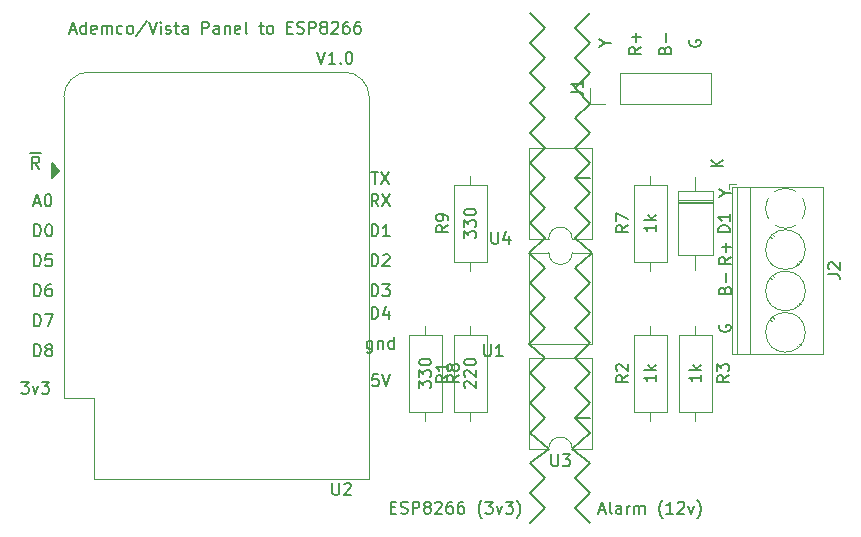
<source format=gbr>
G04 #@! TF.GenerationSoftware,KiCad,Pcbnew,(5.1.2-1)-1*
G04 #@! TF.CreationDate,2021-07-14T23:00:58-07:00*
G04 #@! TF.ProjectId,vista20p-alt,76697374-6132-4307-902d-616c742e6b69,rev?*
G04 #@! TF.SameCoordinates,Original*
G04 #@! TF.FileFunction,Legend,Top*
G04 #@! TF.FilePolarity,Positive*
%FSLAX46Y46*%
G04 Gerber Fmt 4.6, Leading zero omitted, Abs format (unit mm)*
G04 Created by KiCad (PCBNEW (5.1.2-1)-1) date 2021-07-14 23:00:58*
%MOMM*%
%LPD*%
G04 APERTURE LIST*
%ADD10C,0.150000*%
%ADD11C,0.120000*%
G04 APERTURE END LIST*
D10*
X51966904Y-123007380D02*
X51966904Y-122007380D01*
X52205000Y-122007380D01*
X52347857Y-122055000D01*
X52443095Y-122150238D01*
X52490714Y-122245476D01*
X52538333Y-122435952D01*
X52538333Y-122578809D01*
X52490714Y-122769285D01*
X52443095Y-122864523D01*
X52347857Y-122959761D01*
X52205000Y-123007380D01*
X51966904Y-123007380D01*
X53443095Y-122007380D02*
X52966904Y-122007380D01*
X52919285Y-122483571D01*
X52966904Y-122435952D01*
X53062142Y-122388333D01*
X53300238Y-122388333D01*
X53395476Y-122435952D01*
X53443095Y-122483571D01*
X53490714Y-122578809D01*
X53490714Y-122816904D01*
X53443095Y-122912142D01*
X53395476Y-122959761D01*
X53300238Y-123007380D01*
X53062142Y-123007380D01*
X52966904Y-122959761D01*
X52919285Y-122912142D01*
X80518095Y-115022380D02*
X81089523Y-115022380D01*
X80803809Y-116022380D02*
X80803809Y-115022380D01*
X81327619Y-115022380D02*
X81994285Y-116022380D01*
X81994285Y-115022380D02*
X81327619Y-116022380D01*
X81113333Y-117927380D02*
X80780000Y-117451190D01*
X80541904Y-117927380D02*
X80541904Y-116927380D01*
X80922857Y-116927380D01*
X81018095Y-116975000D01*
X81065714Y-117022619D01*
X81113333Y-117117857D01*
X81113333Y-117260714D01*
X81065714Y-117355952D01*
X81018095Y-117403571D01*
X80922857Y-117451190D01*
X80541904Y-117451190D01*
X81446666Y-116927380D02*
X82113333Y-117927380D01*
X82113333Y-116927380D02*
X81446666Y-117927380D01*
X80541904Y-120467380D02*
X80541904Y-119467380D01*
X80780000Y-119467380D01*
X80922857Y-119515000D01*
X81018095Y-119610238D01*
X81065714Y-119705476D01*
X81113333Y-119895952D01*
X81113333Y-120038809D01*
X81065714Y-120229285D01*
X81018095Y-120324523D01*
X80922857Y-120419761D01*
X80780000Y-120467380D01*
X80541904Y-120467380D01*
X82065714Y-120467380D02*
X81494285Y-120467380D01*
X81780000Y-120467380D02*
X81780000Y-119467380D01*
X81684761Y-119610238D01*
X81589523Y-119705476D01*
X81494285Y-119753095D01*
X80541904Y-123007380D02*
X80541904Y-122007380D01*
X80780000Y-122007380D01*
X80922857Y-122055000D01*
X81018095Y-122150238D01*
X81065714Y-122245476D01*
X81113333Y-122435952D01*
X81113333Y-122578809D01*
X81065714Y-122769285D01*
X81018095Y-122864523D01*
X80922857Y-122959761D01*
X80780000Y-123007380D01*
X80541904Y-123007380D01*
X81494285Y-122102619D02*
X81541904Y-122055000D01*
X81637142Y-122007380D01*
X81875238Y-122007380D01*
X81970476Y-122055000D01*
X82018095Y-122102619D01*
X82065714Y-122197857D01*
X82065714Y-122293095D01*
X82018095Y-122435952D01*
X81446666Y-123007380D01*
X82065714Y-123007380D01*
X80541904Y-125547380D02*
X80541904Y-124547380D01*
X80780000Y-124547380D01*
X80922857Y-124595000D01*
X81018095Y-124690238D01*
X81065714Y-124785476D01*
X81113333Y-124975952D01*
X81113333Y-125118809D01*
X81065714Y-125309285D01*
X81018095Y-125404523D01*
X80922857Y-125499761D01*
X80780000Y-125547380D01*
X80541904Y-125547380D01*
X81446666Y-124547380D02*
X82065714Y-124547380D01*
X81732380Y-124928333D01*
X81875238Y-124928333D01*
X81970476Y-124975952D01*
X82018095Y-125023571D01*
X82065714Y-125118809D01*
X82065714Y-125356904D01*
X82018095Y-125452142D01*
X81970476Y-125499761D01*
X81875238Y-125547380D01*
X81589523Y-125547380D01*
X81494285Y-125499761D01*
X81446666Y-125452142D01*
X80541904Y-127452380D02*
X80541904Y-126452380D01*
X80780000Y-126452380D01*
X80922857Y-126500000D01*
X81018095Y-126595238D01*
X81065714Y-126690476D01*
X81113333Y-126880952D01*
X81113333Y-127023809D01*
X81065714Y-127214285D01*
X81018095Y-127309523D01*
X80922857Y-127404761D01*
X80780000Y-127452380D01*
X80541904Y-127452380D01*
X81970476Y-126785714D02*
X81970476Y-127452380D01*
X81732380Y-126404761D02*
X81494285Y-127119047D01*
X82113333Y-127119047D01*
X81089523Y-132167380D02*
X80613333Y-132167380D01*
X80565714Y-132643571D01*
X80613333Y-132595952D01*
X80708571Y-132548333D01*
X80946666Y-132548333D01*
X81041904Y-132595952D01*
X81089523Y-132643571D01*
X81137142Y-132738809D01*
X81137142Y-132976904D01*
X81089523Y-133072142D01*
X81041904Y-133119761D01*
X80946666Y-133167380D01*
X80708571Y-133167380D01*
X80613333Y-133119761D01*
X80565714Y-133072142D01*
X81422857Y-132167380D02*
X81756190Y-133167380D01*
X82089523Y-132167380D01*
X51966904Y-130627380D02*
X51966904Y-129627380D01*
X52205000Y-129627380D01*
X52347857Y-129675000D01*
X52443095Y-129770238D01*
X52490714Y-129865476D01*
X52538333Y-130055952D01*
X52538333Y-130198809D01*
X52490714Y-130389285D01*
X52443095Y-130484523D01*
X52347857Y-130579761D01*
X52205000Y-130627380D01*
X51966904Y-130627380D01*
X53109761Y-130055952D02*
X53014523Y-130008333D01*
X52966904Y-129960714D01*
X52919285Y-129865476D01*
X52919285Y-129817857D01*
X52966904Y-129722619D01*
X53014523Y-129675000D01*
X53109761Y-129627380D01*
X53300238Y-129627380D01*
X53395476Y-129675000D01*
X53443095Y-129722619D01*
X53490714Y-129817857D01*
X53490714Y-129865476D01*
X53443095Y-129960714D01*
X53395476Y-130008333D01*
X53300238Y-130055952D01*
X53109761Y-130055952D01*
X53014523Y-130103571D01*
X52966904Y-130151190D01*
X52919285Y-130246428D01*
X52919285Y-130436904D01*
X52966904Y-130532142D01*
X53014523Y-130579761D01*
X53109761Y-130627380D01*
X53300238Y-130627380D01*
X53395476Y-130579761D01*
X53443095Y-130532142D01*
X53490714Y-130436904D01*
X53490714Y-130246428D01*
X53443095Y-130151190D01*
X53395476Y-130103571D01*
X53300238Y-130055952D01*
X51966904Y-128087380D02*
X51966904Y-127087380D01*
X52205000Y-127087380D01*
X52347857Y-127135000D01*
X52443095Y-127230238D01*
X52490714Y-127325476D01*
X52538333Y-127515952D01*
X52538333Y-127658809D01*
X52490714Y-127849285D01*
X52443095Y-127944523D01*
X52347857Y-128039761D01*
X52205000Y-128087380D01*
X51966904Y-128087380D01*
X52871666Y-127087380D02*
X53538333Y-127087380D01*
X53109761Y-128087380D01*
X51966904Y-125547380D02*
X51966904Y-124547380D01*
X52205000Y-124547380D01*
X52347857Y-124595000D01*
X52443095Y-124690238D01*
X52490714Y-124785476D01*
X52538333Y-124975952D01*
X52538333Y-125118809D01*
X52490714Y-125309285D01*
X52443095Y-125404523D01*
X52347857Y-125499761D01*
X52205000Y-125547380D01*
X51966904Y-125547380D01*
X53395476Y-124547380D02*
X53205000Y-124547380D01*
X53109761Y-124595000D01*
X53062142Y-124642619D01*
X52966904Y-124785476D01*
X52919285Y-124975952D01*
X52919285Y-125356904D01*
X52966904Y-125452142D01*
X53014523Y-125499761D01*
X53109761Y-125547380D01*
X53300238Y-125547380D01*
X53395476Y-125499761D01*
X53443095Y-125452142D01*
X53490714Y-125356904D01*
X53490714Y-125118809D01*
X53443095Y-125023571D01*
X53395476Y-124975952D01*
X53300238Y-124928333D01*
X53109761Y-124928333D01*
X53014523Y-124975952D01*
X52966904Y-125023571D01*
X52919285Y-125118809D01*
X51966904Y-120467380D02*
X51966904Y-119467380D01*
X52205000Y-119467380D01*
X52347857Y-119515000D01*
X52443095Y-119610238D01*
X52490714Y-119705476D01*
X52538333Y-119895952D01*
X52538333Y-120038809D01*
X52490714Y-120229285D01*
X52443095Y-120324523D01*
X52347857Y-120419761D01*
X52205000Y-120467380D01*
X51966904Y-120467380D01*
X53157380Y-119467380D02*
X53252619Y-119467380D01*
X53347857Y-119515000D01*
X53395476Y-119562619D01*
X53443095Y-119657857D01*
X53490714Y-119848333D01*
X53490714Y-120086428D01*
X53443095Y-120276904D01*
X53395476Y-120372142D01*
X53347857Y-120419761D01*
X53252619Y-120467380D01*
X53157380Y-120467380D01*
X53062142Y-120419761D01*
X53014523Y-120372142D01*
X52966904Y-120276904D01*
X52919285Y-120086428D01*
X52919285Y-119848333D01*
X52966904Y-119657857D01*
X53014523Y-119562619D01*
X53062142Y-119515000D01*
X53157380Y-119467380D01*
X51990714Y-117641666D02*
X52466904Y-117641666D01*
X51895476Y-117927380D02*
X52228809Y-116927380D01*
X52562142Y-117927380D01*
X53085952Y-116927380D02*
X53181190Y-116927380D01*
X53276428Y-116975000D01*
X53324047Y-117022619D01*
X53371666Y-117117857D01*
X53419285Y-117308333D01*
X53419285Y-117546428D01*
X53371666Y-117736904D01*
X53324047Y-117832142D01*
X53276428Y-117879761D01*
X53181190Y-117927380D01*
X53085952Y-117927380D01*
X52990714Y-117879761D01*
X52943095Y-117832142D01*
X52895476Y-117736904D01*
X52847857Y-117546428D01*
X52847857Y-117308333D01*
X52895476Y-117117857D01*
X52943095Y-117022619D01*
X52990714Y-116975000D01*
X53085952Y-116927380D01*
X51570000Y-113385000D02*
X52570000Y-113385000D01*
X52379523Y-114752380D02*
X52046190Y-114276190D01*
X51808095Y-114752380D02*
X51808095Y-113752380D01*
X52189047Y-113752380D01*
X52284285Y-113800000D01*
X52331904Y-113847619D01*
X52379523Y-113942857D01*
X52379523Y-114085714D01*
X52331904Y-114180952D01*
X52284285Y-114228571D01*
X52189047Y-114276190D01*
X51808095Y-114276190D01*
X75946190Y-104862380D02*
X76279523Y-105862380D01*
X76612857Y-104862380D01*
X77470000Y-105862380D02*
X76898571Y-105862380D01*
X77184285Y-105862380D02*
X77184285Y-104862380D01*
X77089047Y-105005238D01*
X76993809Y-105100476D01*
X76898571Y-105148095D01*
X77898571Y-105767142D02*
X77946190Y-105814761D01*
X77898571Y-105862380D01*
X77850952Y-105814761D01*
X77898571Y-105767142D01*
X77898571Y-105862380D01*
X78565238Y-104862380D02*
X78660476Y-104862380D01*
X78755714Y-104910000D01*
X78803333Y-104957619D01*
X78850952Y-105052857D01*
X78898571Y-105243333D01*
X78898571Y-105481428D01*
X78850952Y-105671904D01*
X78803333Y-105767142D01*
X78755714Y-105814761D01*
X78660476Y-105862380D01*
X78565238Y-105862380D01*
X78470000Y-105814761D01*
X78422380Y-105767142D01*
X78374761Y-105671904D01*
X78327142Y-105481428D01*
X78327142Y-105243333D01*
X78374761Y-105052857D01*
X78422380Y-104957619D01*
X78470000Y-104910000D01*
X78565238Y-104862380D01*
X110418571Y-125007619D02*
X110466190Y-124864761D01*
X110513809Y-124817142D01*
X110609047Y-124769523D01*
X110751904Y-124769523D01*
X110847142Y-124817142D01*
X110894761Y-124864761D01*
X110942380Y-124960000D01*
X110942380Y-125340952D01*
X109942380Y-125340952D01*
X109942380Y-125007619D01*
X109990000Y-124912380D01*
X110037619Y-124864761D01*
X110132857Y-124817142D01*
X110228095Y-124817142D01*
X110323333Y-124864761D01*
X110370952Y-124912380D01*
X110418571Y-125007619D01*
X110418571Y-125340952D01*
X110561428Y-124340952D02*
X110561428Y-123579047D01*
X110942380Y-122229523D02*
X110466190Y-122562857D01*
X110942380Y-122800952D02*
X109942380Y-122800952D01*
X109942380Y-122420000D01*
X109990000Y-122324761D01*
X110037619Y-122277142D01*
X110132857Y-122229523D01*
X110275714Y-122229523D01*
X110370952Y-122277142D01*
X110418571Y-122324761D01*
X110466190Y-122420000D01*
X110466190Y-122800952D01*
X110561428Y-121800952D02*
X110561428Y-121039047D01*
X110942380Y-121420000D02*
X110180476Y-121420000D01*
X109990000Y-128008095D02*
X109942380Y-128103333D01*
X109942380Y-128246190D01*
X109990000Y-128389047D01*
X110085238Y-128484285D01*
X110180476Y-128531904D01*
X110370952Y-128579523D01*
X110513809Y-128579523D01*
X110704285Y-128531904D01*
X110799523Y-128484285D01*
X110894761Y-128389047D01*
X110942380Y-128246190D01*
X110942380Y-128150952D01*
X110894761Y-128008095D01*
X110847142Y-127960476D01*
X110513809Y-127960476D01*
X110513809Y-128150952D01*
X110466190Y-116840000D02*
X110942380Y-116840000D01*
X109942380Y-117173333D02*
X110466190Y-116840000D01*
X109942380Y-116506666D01*
X55000476Y-103036666D02*
X55476666Y-103036666D01*
X54905238Y-103322380D02*
X55238571Y-102322380D01*
X55571904Y-103322380D01*
X56333809Y-103322380D02*
X56333809Y-102322380D01*
X56333809Y-103274761D02*
X56238571Y-103322380D01*
X56048095Y-103322380D01*
X55952857Y-103274761D01*
X55905238Y-103227142D01*
X55857619Y-103131904D01*
X55857619Y-102846190D01*
X55905238Y-102750952D01*
X55952857Y-102703333D01*
X56048095Y-102655714D01*
X56238571Y-102655714D01*
X56333809Y-102703333D01*
X57190952Y-103274761D02*
X57095714Y-103322380D01*
X56905238Y-103322380D01*
X56810000Y-103274761D01*
X56762380Y-103179523D01*
X56762380Y-102798571D01*
X56810000Y-102703333D01*
X56905238Y-102655714D01*
X57095714Y-102655714D01*
X57190952Y-102703333D01*
X57238571Y-102798571D01*
X57238571Y-102893809D01*
X56762380Y-102989047D01*
X57667142Y-103322380D02*
X57667142Y-102655714D01*
X57667142Y-102750952D02*
X57714761Y-102703333D01*
X57810000Y-102655714D01*
X57952857Y-102655714D01*
X58048095Y-102703333D01*
X58095714Y-102798571D01*
X58095714Y-103322380D01*
X58095714Y-102798571D02*
X58143333Y-102703333D01*
X58238571Y-102655714D01*
X58381428Y-102655714D01*
X58476666Y-102703333D01*
X58524285Y-102798571D01*
X58524285Y-103322380D01*
X59429047Y-103274761D02*
X59333809Y-103322380D01*
X59143333Y-103322380D01*
X59048095Y-103274761D01*
X59000476Y-103227142D01*
X58952857Y-103131904D01*
X58952857Y-102846190D01*
X59000476Y-102750952D01*
X59048095Y-102703333D01*
X59143333Y-102655714D01*
X59333809Y-102655714D01*
X59429047Y-102703333D01*
X60000476Y-103322380D02*
X59905238Y-103274761D01*
X59857619Y-103227142D01*
X59810000Y-103131904D01*
X59810000Y-102846190D01*
X59857619Y-102750952D01*
X59905238Y-102703333D01*
X60000476Y-102655714D01*
X60143333Y-102655714D01*
X60238571Y-102703333D01*
X60286190Y-102750952D01*
X60333809Y-102846190D01*
X60333809Y-103131904D01*
X60286190Y-103227142D01*
X60238571Y-103274761D01*
X60143333Y-103322380D01*
X60000476Y-103322380D01*
X61476666Y-102274761D02*
X60619523Y-103560476D01*
X61667142Y-102322380D02*
X62000476Y-103322380D01*
X62333809Y-102322380D01*
X62667142Y-103322380D02*
X62667142Y-102655714D01*
X62667142Y-102322380D02*
X62619523Y-102370000D01*
X62667142Y-102417619D01*
X62714761Y-102370000D01*
X62667142Y-102322380D01*
X62667142Y-102417619D01*
X63095714Y-103274761D02*
X63190952Y-103322380D01*
X63381428Y-103322380D01*
X63476666Y-103274761D01*
X63524285Y-103179523D01*
X63524285Y-103131904D01*
X63476666Y-103036666D01*
X63381428Y-102989047D01*
X63238571Y-102989047D01*
X63143333Y-102941428D01*
X63095714Y-102846190D01*
X63095714Y-102798571D01*
X63143333Y-102703333D01*
X63238571Y-102655714D01*
X63381428Y-102655714D01*
X63476666Y-102703333D01*
X63810000Y-102655714D02*
X64190952Y-102655714D01*
X63952857Y-102322380D02*
X63952857Y-103179523D01*
X64000476Y-103274761D01*
X64095714Y-103322380D01*
X64190952Y-103322380D01*
X64952857Y-103322380D02*
X64952857Y-102798571D01*
X64905238Y-102703333D01*
X64810000Y-102655714D01*
X64619523Y-102655714D01*
X64524285Y-102703333D01*
X64952857Y-103274761D02*
X64857619Y-103322380D01*
X64619523Y-103322380D01*
X64524285Y-103274761D01*
X64476666Y-103179523D01*
X64476666Y-103084285D01*
X64524285Y-102989047D01*
X64619523Y-102941428D01*
X64857619Y-102941428D01*
X64952857Y-102893809D01*
X66190952Y-103322380D02*
X66190952Y-102322380D01*
X66571904Y-102322380D01*
X66667142Y-102370000D01*
X66714761Y-102417619D01*
X66762380Y-102512857D01*
X66762380Y-102655714D01*
X66714761Y-102750952D01*
X66667142Y-102798571D01*
X66571904Y-102846190D01*
X66190952Y-102846190D01*
X67619523Y-103322380D02*
X67619523Y-102798571D01*
X67571904Y-102703333D01*
X67476666Y-102655714D01*
X67286190Y-102655714D01*
X67190952Y-102703333D01*
X67619523Y-103274761D02*
X67524285Y-103322380D01*
X67286190Y-103322380D01*
X67190952Y-103274761D01*
X67143333Y-103179523D01*
X67143333Y-103084285D01*
X67190952Y-102989047D01*
X67286190Y-102941428D01*
X67524285Y-102941428D01*
X67619523Y-102893809D01*
X68095714Y-102655714D02*
X68095714Y-103322380D01*
X68095714Y-102750952D02*
X68143333Y-102703333D01*
X68238571Y-102655714D01*
X68381428Y-102655714D01*
X68476666Y-102703333D01*
X68524285Y-102798571D01*
X68524285Y-103322380D01*
X69381428Y-103274761D02*
X69286190Y-103322380D01*
X69095714Y-103322380D01*
X69000476Y-103274761D01*
X68952857Y-103179523D01*
X68952857Y-102798571D01*
X69000476Y-102703333D01*
X69095714Y-102655714D01*
X69286190Y-102655714D01*
X69381428Y-102703333D01*
X69429047Y-102798571D01*
X69429047Y-102893809D01*
X68952857Y-102989047D01*
X70000476Y-103322380D02*
X69905238Y-103274761D01*
X69857619Y-103179523D01*
X69857619Y-102322380D01*
X71000476Y-102655714D02*
X71381428Y-102655714D01*
X71143333Y-102322380D02*
X71143333Y-103179523D01*
X71190952Y-103274761D01*
X71286190Y-103322380D01*
X71381428Y-103322380D01*
X71857619Y-103322380D02*
X71762380Y-103274761D01*
X71714761Y-103227142D01*
X71667142Y-103131904D01*
X71667142Y-102846190D01*
X71714761Y-102750952D01*
X71762380Y-102703333D01*
X71857619Y-102655714D01*
X72000476Y-102655714D01*
X72095714Y-102703333D01*
X72143333Y-102750952D01*
X72190952Y-102846190D01*
X72190952Y-103131904D01*
X72143333Y-103227142D01*
X72095714Y-103274761D01*
X72000476Y-103322380D01*
X71857619Y-103322380D01*
X73381428Y-102798571D02*
X73714761Y-102798571D01*
X73857619Y-103322380D02*
X73381428Y-103322380D01*
X73381428Y-102322380D01*
X73857619Y-102322380D01*
X74238571Y-103274761D02*
X74381428Y-103322380D01*
X74619523Y-103322380D01*
X74714761Y-103274761D01*
X74762380Y-103227142D01*
X74810000Y-103131904D01*
X74810000Y-103036666D01*
X74762380Y-102941428D01*
X74714761Y-102893809D01*
X74619523Y-102846190D01*
X74429047Y-102798571D01*
X74333809Y-102750952D01*
X74286190Y-102703333D01*
X74238571Y-102608095D01*
X74238571Y-102512857D01*
X74286190Y-102417619D01*
X74333809Y-102370000D01*
X74429047Y-102322380D01*
X74667142Y-102322380D01*
X74810000Y-102370000D01*
X75238571Y-103322380D02*
X75238571Y-102322380D01*
X75619523Y-102322380D01*
X75714761Y-102370000D01*
X75762380Y-102417619D01*
X75810000Y-102512857D01*
X75810000Y-102655714D01*
X75762380Y-102750952D01*
X75714761Y-102798571D01*
X75619523Y-102846190D01*
X75238571Y-102846190D01*
X76381428Y-102750952D02*
X76286190Y-102703333D01*
X76238571Y-102655714D01*
X76190952Y-102560476D01*
X76190952Y-102512857D01*
X76238571Y-102417619D01*
X76286190Y-102370000D01*
X76381428Y-102322380D01*
X76571904Y-102322380D01*
X76667142Y-102370000D01*
X76714761Y-102417619D01*
X76762380Y-102512857D01*
X76762380Y-102560476D01*
X76714761Y-102655714D01*
X76667142Y-102703333D01*
X76571904Y-102750952D01*
X76381428Y-102750952D01*
X76286190Y-102798571D01*
X76238571Y-102846190D01*
X76190952Y-102941428D01*
X76190952Y-103131904D01*
X76238571Y-103227142D01*
X76286190Y-103274761D01*
X76381428Y-103322380D01*
X76571904Y-103322380D01*
X76667142Y-103274761D01*
X76714761Y-103227142D01*
X76762380Y-103131904D01*
X76762380Y-102941428D01*
X76714761Y-102846190D01*
X76667142Y-102798571D01*
X76571904Y-102750952D01*
X77143333Y-102417619D02*
X77190952Y-102370000D01*
X77286190Y-102322380D01*
X77524285Y-102322380D01*
X77619523Y-102370000D01*
X77667142Y-102417619D01*
X77714761Y-102512857D01*
X77714761Y-102608095D01*
X77667142Y-102750952D01*
X77095714Y-103322380D01*
X77714761Y-103322380D01*
X78571904Y-102322380D02*
X78381428Y-102322380D01*
X78286190Y-102370000D01*
X78238571Y-102417619D01*
X78143333Y-102560476D01*
X78095714Y-102750952D01*
X78095714Y-103131904D01*
X78143333Y-103227142D01*
X78190952Y-103274761D01*
X78286190Y-103322380D01*
X78476666Y-103322380D01*
X78571904Y-103274761D01*
X78619523Y-103227142D01*
X78667142Y-103131904D01*
X78667142Y-102893809D01*
X78619523Y-102798571D01*
X78571904Y-102750952D01*
X78476666Y-102703333D01*
X78286190Y-102703333D01*
X78190952Y-102750952D01*
X78143333Y-102798571D01*
X78095714Y-102893809D01*
X79524285Y-102322380D02*
X79333809Y-102322380D01*
X79238571Y-102370000D01*
X79190952Y-102417619D01*
X79095714Y-102560476D01*
X79048095Y-102750952D01*
X79048095Y-103131904D01*
X79095714Y-103227142D01*
X79143333Y-103274761D01*
X79238571Y-103322380D01*
X79429047Y-103322380D01*
X79524285Y-103274761D01*
X79571904Y-103227142D01*
X79619523Y-103131904D01*
X79619523Y-102893809D01*
X79571904Y-102798571D01*
X79524285Y-102750952D01*
X79429047Y-102703333D01*
X79238571Y-102703333D01*
X79143333Y-102750952D01*
X79095714Y-102798571D01*
X79048095Y-102893809D01*
X97790000Y-102870000D02*
X99060000Y-101600000D01*
X99060000Y-104140000D02*
X97790000Y-102870000D01*
X97790000Y-105410000D02*
X99060000Y-104140000D01*
X99060000Y-106680000D02*
X97790000Y-105410000D01*
X97790000Y-107950000D02*
X99060000Y-106680000D01*
X99000000Y-109280000D02*
X97790000Y-107950000D01*
X97790000Y-110490000D02*
X99000000Y-109280000D01*
X99060000Y-111760000D02*
X97790000Y-110490000D01*
X97790000Y-113030000D02*
X99060000Y-111760000D01*
X99060000Y-114300000D02*
X97790000Y-113030000D01*
X97790000Y-115570000D02*
X99060000Y-114300000D01*
X99060000Y-115570000D02*
X97790000Y-115570000D01*
X97790000Y-115570000D02*
X99060000Y-115570000D01*
X99060000Y-116840000D02*
X97790000Y-115570000D01*
X97790000Y-118110000D02*
X99060000Y-116840000D01*
X99060000Y-119380000D02*
X97790000Y-118110000D01*
X97790000Y-120650000D02*
X99060000Y-119380000D01*
X99170000Y-121860000D02*
X97790000Y-120650000D01*
X97790000Y-123190000D02*
X99170000Y-121860000D01*
X99060000Y-124460000D02*
X97790000Y-123190000D01*
X97790000Y-125730000D02*
X99060000Y-124460000D01*
X99060000Y-127000000D02*
X97790000Y-125730000D01*
X97790000Y-128270000D02*
X99060000Y-127000000D01*
X99060000Y-129540000D02*
X97790000Y-128270000D01*
X97790000Y-130810000D02*
X99060000Y-129540000D01*
X99060000Y-132080000D02*
X97790000Y-130810000D01*
X97790000Y-133350000D02*
X99060000Y-132080000D01*
X99060000Y-134620000D02*
X97790000Y-133350000D01*
X97790000Y-135890000D02*
X99060000Y-134620000D01*
X99060000Y-135890000D02*
X97790000Y-135890000D01*
X97790000Y-135890000D02*
X99060000Y-135890000D01*
X99060000Y-137160000D02*
X97790000Y-135890000D01*
X97520000Y-138490000D02*
X99060000Y-137160000D01*
X99060000Y-139700000D02*
X97520000Y-138490000D01*
X97790000Y-140970000D02*
X99060000Y-139700000D01*
X99060000Y-142240000D02*
X97790000Y-140970000D01*
X97790000Y-143510000D02*
X99060000Y-142240000D01*
X99060000Y-144780000D02*
X97790000Y-143510000D01*
X95250000Y-143510000D02*
X93980000Y-144780000D01*
X93980000Y-142240000D02*
X95250000Y-143510000D01*
X95250000Y-140970000D02*
X93980000Y-142240000D01*
X93980000Y-139700000D02*
X95250000Y-140970000D01*
X95520000Y-138490000D02*
X93980000Y-139700000D01*
X93980000Y-137160000D02*
X95520000Y-138490000D01*
X95250000Y-135890000D02*
X93980000Y-137160000D01*
X93980000Y-134620000D02*
X95250000Y-135890000D01*
X95250000Y-133350000D02*
X93980000Y-134620000D01*
X93980000Y-132080000D02*
X95250000Y-133350000D01*
X95250000Y-130810000D02*
X93980000Y-132080000D01*
X93870000Y-129600000D02*
X95250000Y-130810000D01*
X95250000Y-128270000D02*
X93870000Y-129600000D01*
X93980000Y-127000000D02*
X95250000Y-128270000D01*
X95250000Y-125730000D02*
X93980000Y-127000000D01*
X93980000Y-124460000D02*
X95250000Y-125730000D01*
X95250000Y-123190000D02*
X93980000Y-124460000D01*
X93870000Y-121860000D02*
X95250000Y-123190000D01*
X95250000Y-120650000D02*
X93870000Y-121860000D01*
X93980000Y-119380000D02*
X95250000Y-120650000D01*
X95250000Y-118110000D02*
X93980000Y-119380000D01*
X93980000Y-116840000D02*
X95250000Y-118110000D01*
X95250000Y-115570000D02*
X93980000Y-116840000D01*
X93980000Y-114300000D02*
X95250000Y-115570000D01*
X95250000Y-113030000D02*
X93980000Y-114300000D01*
X93980000Y-111760000D02*
X95250000Y-113030000D01*
X95250000Y-110490000D02*
X93980000Y-111760000D01*
X93980000Y-109220000D02*
X95250000Y-110490000D01*
X95250000Y-107950000D02*
X93980000Y-109220000D01*
X93980000Y-106680000D02*
X95250000Y-107950000D01*
X95250000Y-105410000D02*
X93980000Y-106680000D01*
X93980000Y-104140000D02*
X95250000Y-105410000D01*
X95250000Y-102870000D02*
X93980000Y-104140000D01*
X93980000Y-101600000D02*
X95250000Y-102870000D01*
X82153809Y-143438571D02*
X82487142Y-143438571D01*
X82630000Y-143962380D02*
X82153809Y-143962380D01*
X82153809Y-142962380D01*
X82630000Y-142962380D01*
X83010952Y-143914761D02*
X83153809Y-143962380D01*
X83391904Y-143962380D01*
X83487142Y-143914761D01*
X83534761Y-143867142D01*
X83582380Y-143771904D01*
X83582380Y-143676666D01*
X83534761Y-143581428D01*
X83487142Y-143533809D01*
X83391904Y-143486190D01*
X83201428Y-143438571D01*
X83106190Y-143390952D01*
X83058571Y-143343333D01*
X83010952Y-143248095D01*
X83010952Y-143152857D01*
X83058571Y-143057619D01*
X83106190Y-143010000D01*
X83201428Y-142962380D01*
X83439523Y-142962380D01*
X83582380Y-143010000D01*
X84010952Y-143962380D02*
X84010952Y-142962380D01*
X84391904Y-142962380D01*
X84487142Y-143010000D01*
X84534761Y-143057619D01*
X84582380Y-143152857D01*
X84582380Y-143295714D01*
X84534761Y-143390952D01*
X84487142Y-143438571D01*
X84391904Y-143486190D01*
X84010952Y-143486190D01*
X85153809Y-143390952D02*
X85058571Y-143343333D01*
X85010952Y-143295714D01*
X84963333Y-143200476D01*
X84963333Y-143152857D01*
X85010952Y-143057619D01*
X85058571Y-143010000D01*
X85153809Y-142962380D01*
X85344285Y-142962380D01*
X85439523Y-143010000D01*
X85487142Y-143057619D01*
X85534761Y-143152857D01*
X85534761Y-143200476D01*
X85487142Y-143295714D01*
X85439523Y-143343333D01*
X85344285Y-143390952D01*
X85153809Y-143390952D01*
X85058571Y-143438571D01*
X85010952Y-143486190D01*
X84963333Y-143581428D01*
X84963333Y-143771904D01*
X85010952Y-143867142D01*
X85058571Y-143914761D01*
X85153809Y-143962380D01*
X85344285Y-143962380D01*
X85439523Y-143914761D01*
X85487142Y-143867142D01*
X85534761Y-143771904D01*
X85534761Y-143581428D01*
X85487142Y-143486190D01*
X85439523Y-143438571D01*
X85344285Y-143390952D01*
X85915714Y-143057619D02*
X85963333Y-143010000D01*
X86058571Y-142962380D01*
X86296666Y-142962380D01*
X86391904Y-143010000D01*
X86439523Y-143057619D01*
X86487142Y-143152857D01*
X86487142Y-143248095D01*
X86439523Y-143390952D01*
X85868095Y-143962380D01*
X86487142Y-143962380D01*
X87344285Y-142962380D02*
X87153809Y-142962380D01*
X87058571Y-143010000D01*
X87010952Y-143057619D01*
X86915714Y-143200476D01*
X86868095Y-143390952D01*
X86868095Y-143771904D01*
X86915714Y-143867142D01*
X86963333Y-143914761D01*
X87058571Y-143962380D01*
X87249047Y-143962380D01*
X87344285Y-143914761D01*
X87391904Y-143867142D01*
X87439523Y-143771904D01*
X87439523Y-143533809D01*
X87391904Y-143438571D01*
X87344285Y-143390952D01*
X87249047Y-143343333D01*
X87058571Y-143343333D01*
X86963333Y-143390952D01*
X86915714Y-143438571D01*
X86868095Y-143533809D01*
X88296666Y-142962380D02*
X88106190Y-142962380D01*
X88010952Y-143010000D01*
X87963333Y-143057619D01*
X87868095Y-143200476D01*
X87820476Y-143390952D01*
X87820476Y-143771904D01*
X87868095Y-143867142D01*
X87915714Y-143914761D01*
X88010952Y-143962380D01*
X88201428Y-143962380D01*
X88296666Y-143914761D01*
X88344285Y-143867142D01*
X88391904Y-143771904D01*
X88391904Y-143533809D01*
X88344285Y-143438571D01*
X88296666Y-143390952D01*
X88201428Y-143343333D01*
X88010952Y-143343333D01*
X87915714Y-143390952D01*
X87868095Y-143438571D01*
X87820476Y-143533809D01*
X89868095Y-144343333D02*
X89820476Y-144295714D01*
X89725238Y-144152857D01*
X89677619Y-144057619D01*
X89630000Y-143914761D01*
X89582380Y-143676666D01*
X89582380Y-143486190D01*
X89630000Y-143248095D01*
X89677619Y-143105238D01*
X89725238Y-143010000D01*
X89820476Y-142867142D01*
X89868095Y-142819523D01*
X90153809Y-142962380D02*
X90772857Y-142962380D01*
X90439523Y-143343333D01*
X90582380Y-143343333D01*
X90677619Y-143390952D01*
X90725238Y-143438571D01*
X90772857Y-143533809D01*
X90772857Y-143771904D01*
X90725238Y-143867142D01*
X90677619Y-143914761D01*
X90582380Y-143962380D01*
X90296666Y-143962380D01*
X90201428Y-143914761D01*
X90153809Y-143867142D01*
X91106190Y-143295714D02*
X91344285Y-143962380D01*
X91582380Y-143295714D01*
X91868095Y-142962380D02*
X92487142Y-142962380D01*
X92153809Y-143343333D01*
X92296666Y-143343333D01*
X92391904Y-143390952D01*
X92439523Y-143438571D01*
X92487142Y-143533809D01*
X92487142Y-143771904D01*
X92439523Y-143867142D01*
X92391904Y-143914761D01*
X92296666Y-143962380D01*
X92010952Y-143962380D01*
X91915714Y-143914761D01*
X91868095Y-143867142D01*
X92820476Y-144343333D02*
X92868095Y-144295714D01*
X92963333Y-144152857D01*
X93010952Y-144057619D01*
X93058571Y-143914761D01*
X93106190Y-143676666D01*
X93106190Y-143486190D01*
X93058571Y-143248095D01*
X93010952Y-143105238D01*
X92963333Y-143010000D01*
X92868095Y-142867142D01*
X92820476Y-142819523D01*
X99830476Y-143676666D02*
X100306666Y-143676666D01*
X99735238Y-143962380D02*
X100068571Y-142962380D01*
X100401904Y-143962380D01*
X100878095Y-143962380D02*
X100782857Y-143914761D01*
X100735238Y-143819523D01*
X100735238Y-142962380D01*
X101687619Y-143962380D02*
X101687619Y-143438571D01*
X101640000Y-143343333D01*
X101544761Y-143295714D01*
X101354285Y-143295714D01*
X101259047Y-143343333D01*
X101687619Y-143914761D02*
X101592380Y-143962380D01*
X101354285Y-143962380D01*
X101259047Y-143914761D01*
X101211428Y-143819523D01*
X101211428Y-143724285D01*
X101259047Y-143629047D01*
X101354285Y-143581428D01*
X101592380Y-143581428D01*
X101687619Y-143533809D01*
X102163809Y-143962380D02*
X102163809Y-143295714D01*
X102163809Y-143486190D02*
X102211428Y-143390952D01*
X102259047Y-143343333D01*
X102354285Y-143295714D01*
X102449523Y-143295714D01*
X102782857Y-143962380D02*
X102782857Y-143295714D01*
X102782857Y-143390952D02*
X102830476Y-143343333D01*
X102925714Y-143295714D01*
X103068571Y-143295714D01*
X103163809Y-143343333D01*
X103211428Y-143438571D01*
X103211428Y-143962380D01*
X103211428Y-143438571D02*
X103259047Y-143343333D01*
X103354285Y-143295714D01*
X103497142Y-143295714D01*
X103592380Y-143343333D01*
X103640000Y-143438571D01*
X103640000Y-143962380D01*
X105163809Y-144343333D02*
X105116190Y-144295714D01*
X105020952Y-144152857D01*
X104973333Y-144057619D01*
X104925714Y-143914761D01*
X104878095Y-143676666D01*
X104878095Y-143486190D01*
X104925714Y-143248095D01*
X104973333Y-143105238D01*
X105020952Y-143010000D01*
X105116190Y-142867142D01*
X105163809Y-142819523D01*
X106068571Y-143962380D02*
X105497142Y-143962380D01*
X105782857Y-143962380D02*
X105782857Y-142962380D01*
X105687619Y-143105238D01*
X105592380Y-143200476D01*
X105497142Y-143248095D01*
X106449523Y-143057619D02*
X106497142Y-143010000D01*
X106592380Y-142962380D01*
X106830476Y-142962380D01*
X106925714Y-143010000D01*
X106973333Y-143057619D01*
X107020952Y-143152857D01*
X107020952Y-143248095D01*
X106973333Y-143390952D01*
X106401904Y-143962380D01*
X107020952Y-143962380D01*
X107354285Y-143295714D02*
X107592380Y-143962380D01*
X107830476Y-143295714D01*
X108116190Y-144343333D02*
X108163809Y-144295714D01*
X108259047Y-144152857D01*
X108306666Y-144057619D01*
X108354285Y-143914761D01*
X108401904Y-143676666D01*
X108401904Y-143486190D01*
X108354285Y-143248095D01*
X108306666Y-143105238D01*
X108259047Y-143010000D01*
X108163809Y-142867142D01*
X108116190Y-142819523D01*
X107450000Y-103878095D02*
X107402380Y-103973333D01*
X107402380Y-104116190D01*
X107450000Y-104259047D01*
X107545238Y-104354285D01*
X107640476Y-104401904D01*
X107830952Y-104449523D01*
X107973809Y-104449523D01*
X108164285Y-104401904D01*
X108259523Y-104354285D01*
X108354761Y-104259047D01*
X108402380Y-104116190D01*
X108402380Y-104020952D01*
X108354761Y-103878095D01*
X108307142Y-103830476D01*
X107973809Y-103830476D01*
X107973809Y-104020952D01*
X105338571Y-104687619D02*
X105386190Y-104544761D01*
X105433809Y-104497142D01*
X105529047Y-104449523D01*
X105671904Y-104449523D01*
X105767142Y-104497142D01*
X105814761Y-104544761D01*
X105862380Y-104640000D01*
X105862380Y-105020952D01*
X104862380Y-105020952D01*
X104862380Y-104687619D01*
X104910000Y-104592380D01*
X104957619Y-104544761D01*
X105052857Y-104497142D01*
X105148095Y-104497142D01*
X105243333Y-104544761D01*
X105290952Y-104592380D01*
X105338571Y-104687619D01*
X105338571Y-105020952D01*
X105481428Y-104020952D02*
X105481428Y-103259047D01*
X103322380Y-104449523D02*
X102846190Y-104782857D01*
X103322380Y-105020952D02*
X102322380Y-105020952D01*
X102322380Y-104640000D01*
X102370000Y-104544761D01*
X102417619Y-104497142D01*
X102512857Y-104449523D01*
X102655714Y-104449523D01*
X102750952Y-104497142D01*
X102798571Y-104544761D01*
X102846190Y-104640000D01*
X102846190Y-105020952D01*
X102941428Y-104020952D02*
X102941428Y-103259047D01*
X103322380Y-103640000D02*
X102560476Y-103640000D01*
X100306190Y-104140000D02*
X100782380Y-104140000D01*
X99782380Y-104473333D02*
X100306190Y-104140000D01*
X99782380Y-103806666D01*
X80589523Y-129325714D02*
X80589523Y-130135238D01*
X80541904Y-130230476D01*
X80494285Y-130278095D01*
X80399047Y-130325714D01*
X80256190Y-130325714D01*
X80160952Y-130278095D01*
X80589523Y-129944761D02*
X80494285Y-129992380D01*
X80303809Y-129992380D01*
X80208571Y-129944761D01*
X80160952Y-129897142D01*
X80113333Y-129801904D01*
X80113333Y-129516190D01*
X80160952Y-129420952D01*
X80208571Y-129373333D01*
X80303809Y-129325714D01*
X80494285Y-129325714D01*
X80589523Y-129373333D01*
X81065714Y-129325714D02*
X81065714Y-129992380D01*
X81065714Y-129420952D02*
X81113333Y-129373333D01*
X81208571Y-129325714D01*
X81351428Y-129325714D01*
X81446666Y-129373333D01*
X81494285Y-129468571D01*
X81494285Y-129992380D01*
X82399047Y-129992380D02*
X82399047Y-128992380D01*
X82399047Y-129944761D02*
X82303809Y-129992380D01*
X82113333Y-129992380D01*
X82018095Y-129944761D01*
X81970476Y-129897142D01*
X81922857Y-129801904D01*
X81922857Y-129516190D01*
X81970476Y-129420952D01*
X82018095Y-129373333D01*
X82113333Y-129325714D01*
X82303809Y-129325714D01*
X82399047Y-129373333D01*
X50879523Y-132802380D02*
X51498571Y-132802380D01*
X51165238Y-133183333D01*
X51308095Y-133183333D01*
X51403333Y-133230952D01*
X51450952Y-133278571D01*
X51498571Y-133373809D01*
X51498571Y-133611904D01*
X51450952Y-133707142D01*
X51403333Y-133754761D01*
X51308095Y-133802380D01*
X51022380Y-133802380D01*
X50927142Y-133754761D01*
X50879523Y-133707142D01*
X51831904Y-133135714D02*
X52070000Y-133802380D01*
X52308095Y-133135714D01*
X52593809Y-132802380D02*
X53212857Y-132802380D01*
X52879523Y-133183333D01*
X53022380Y-133183333D01*
X53117619Y-133230952D01*
X53165238Y-133278571D01*
X53212857Y-133373809D01*
X53212857Y-133611904D01*
X53165238Y-133707142D01*
X53117619Y-133754761D01*
X53022380Y-133802380D01*
X52736666Y-133802380D01*
X52641428Y-133754761D01*
X52593809Y-133707142D01*
D11*
X109420000Y-117440000D02*
X106480000Y-117440000D01*
X109420000Y-117680000D02*
X106480000Y-117680000D01*
X109420000Y-117560000D02*
X106480000Y-117560000D01*
X107950000Y-123320000D02*
X107950000Y-122100000D01*
X107950000Y-115440000D02*
X107950000Y-116660000D01*
X109420000Y-122100000D02*
X109420000Y-116660000D01*
X106480000Y-122100000D02*
X109420000Y-122100000D01*
X106480000Y-116660000D02*
X106480000Y-122100000D01*
X109420000Y-116660000D02*
X106480000Y-116660000D01*
X110770000Y-116060000D02*
X110770000Y-116460000D01*
X111410000Y-116060000D02*
X110770000Y-116060000D01*
X114629000Y-127465000D02*
X114501000Y-127336000D01*
X116845000Y-129680000D02*
X116751000Y-129586000D01*
X114389000Y-127635000D02*
X114296000Y-127541000D01*
X116639000Y-129885000D02*
X116511000Y-129756000D01*
X114629000Y-123965000D02*
X114501000Y-123836000D01*
X116845000Y-126180000D02*
X116751000Y-126086000D01*
X114389000Y-124135000D02*
X114296000Y-124041000D01*
X116639000Y-126385000D02*
X116511000Y-126256000D01*
X114629000Y-120465000D02*
X114501000Y-120336000D01*
X116845000Y-122680000D02*
X116751000Y-122586000D01*
X114389000Y-120635000D02*
X114296000Y-120541000D01*
X116639000Y-122885000D02*
X116511000Y-122756000D01*
X118730000Y-130420000D02*
X111010000Y-130420000D01*
X118730000Y-116300000D02*
X111010000Y-116300000D01*
X111010000Y-116300000D02*
X111010000Y-130420000D01*
X118730000Y-116300000D02*
X118730000Y-130420000D01*
X112570000Y-116300000D02*
X112570000Y-130420000D01*
X111470000Y-116300000D02*
X111470000Y-130420000D01*
X117250000Y-128610000D02*
G75*
G03X117250000Y-128610000I-1680000J0D01*
G01*
X117250000Y-125110000D02*
G75*
G03X117250000Y-125110000I-1680000J0D01*
G01*
X117250000Y-121610000D02*
G75*
G03X117250000Y-121610000I-1680000J0D01*
G01*
X113889901Y-118138674D02*
G75*
G02X114130000Y-117244000I1680099J28674D01*
G01*
X114680106Y-116684642D02*
G75*
G02X116436000Y-116670000I889894J-1425358D01*
G01*
X116995358Y-117220106D02*
G75*
G02X117010000Y-118976000I-1425358J-889894D01*
G01*
X116460193Y-119535505D02*
G75*
G02X114679000Y-119535000I-890193J1425505D01*
G01*
X114145279Y-119000264D02*
G75*
G02X113890000Y-118110000I1424721J890264D01*
G01*
X88900000Y-128040000D02*
X88900000Y-128810000D01*
X88900000Y-136120000D02*
X88900000Y-135350000D01*
X87530000Y-128810000D02*
X87530000Y-135350000D01*
X90270000Y-128810000D02*
X87530000Y-128810000D01*
X90270000Y-135350000D02*
X90270000Y-128810000D01*
X87530000Y-135350000D02*
X90270000Y-135350000D01*
X107950000Y-136120000D02*
X107950000Y-135350000D01*
X107950000Y-128040000D02*
X107950000Y-128810000D01*
X109320000Y-135350000D02*
X109320000Y-128810000D01*
X106580000Y-135350000D02*
X109320000Y-135350000D01*
X106580000Y-128810000D02*
X106580000Y-135350000D01*
X109320000Y-128810000D02*
X106580000Y-128810000D01*
X93870000Y-120710000D02*
X95520000Y-120710000D01*
X93870000Y-112970000D02*
X93870000Y-120710000D01*
X99170000Y-112970000D02*
X93870000Y-112970000D01*
X99170000Y-120710000D02*
X99170000Y-112970000D01*
X97520000Y-120710000D02*
X99170000Y-120710000D01*
X95520000Y-120710000D02*
G75*
G02X97520000Y-120710000I1000000J0D01*
G01*
X93870000Y-138490000D02*
X95520000Y-138490000D01*
X93870000Y-130750000D02*
X93870000Y-138490000D01*
X99170000Y-130750000D02*
X93870000Y-130750000D01*
X99170000Y-138490000D02*
X99170000Y-130750000D01*
X97520000Y-138490000D02*
X99170000Y-138490000D01*
X95520000Y-138490000D02*
G75*
G02X97520000Y-138490000I1000000J0D01*
G01*
X78200000Y-106570000D02*
G75*
G02X80330000Y-108700000I0J-2130000D01*
G01*
X54470000Y-108700000D02*
G75*
G02X56600000Y-106570000I2130000J0D01*
G01*
X57010000Y-134130000D02*
X57010000Y-141030000D01*
X54470000Y-134130000D02*
X57010000Y-134130000D01*
D10*
G36*
X53430000Y-114275000D02*
G01*
X53430000Y-115545000D01*
X54065000Y-114910000D01*
X53430000Y-114275000D01*
G37*
X53430000Y-114275000D02*
X53430000Y-115545000D01*
X54065000Y-114910000D01*
X53430000Y-114275000D01*
D11*
X78210000Y-106570000D02*
X56600000Y-106570000D01*
X80330000Y-141030000D02*
X80330000Y-108700000D01*
X54470000Y-134130000D02*
X54470000Y-108700000D01*
X57010000Y-141030000D02*
X80330000Y-141030000D01*
X99170000Y-121860000D02*
X97520000Y-121860000D01*
X99170000Y-129600000D02*
X99170000Y-121860000D01*
X93870000Y-129600000D02*
X99170000Y-129600000D01*
X93870000Y-121860000D02*
X93870000Y-129600000D01*
X95520000Y-121860000D02*
X93870000Y-121860000D01*
X97520000Y-121860000D02*
G75*
G02X95520000Y-121860000I-1000000J0D01*
G01*
X88900000Y-115340000D02*
X88900000Y-116110000D01*
X88900000Y-123420000D02*
X88900000Y-122650000D01*
X87530000Y-116110000D02*
X87530000Y-122650000D01*
X90270000Y-116110000D02*
X87530000Y-116110000D01*
X90270000Y-122650000D02*
X90270000Y-116110000D01*
X87530000Y-122650000D02*
X90270000Y-122650000D01*
X85090000Y-136120000D02*
X85090000Y-135350000D01*
X85090000Y-128040000D02*
X85090000Y-128810000D01*
X86460000Y-135350000D02*
X86460000Y-128810000D01*
X83720000Y-135350000D02*
X86460000Y-135350000D01*
X83720000Y-128810000D02*
X83720000Y-135350000D01*
X86460000Y-128810000D02*
X83720000Y-128810000D01*
X104140000Y-115340000D02*
X104140000Y-116110000D01*
X104140000Y-123420000D02*
X104140000Y-122650000D01*
X102770000Y-116110000D02*
X102770000Y-122650000D01*
X105510000Y-116110000D02*
X102770000Y-116110000D01*
X105510000Y-122650000D02*
X105510000Y-116110000D01*
X102770000Y-122650000D02*
X105510000Y-122650000D01*
X104140000Y-128040000D02*
X104140000Y-128810000D01*
X104140000Y-136120000D02*
X104140000Y-135350000D01*
X102770000Y-128810000D02*
X102770000Y-135350000D01*
X105510000Y-128810000D02*
X102770000Y-128810000D01*
X105510000Y-135350000D02*
X105510000Y-128810000D01*
X102770000Y-135350000D02*
X105510000Y-135350000D01*
X99000000Y-109280000D02*
X99000000Y-107950000D01*
X100330000Y-109280000D02*
X99000000Y-109280000D01*
X101600000Y-109280000D02*
X101600000Y-106620000D01*
X101600000Y-106620000D02*
X109280000Y-106620000D01*
X101600000Y-109280000D02*
X109280000Y-109280000D01*
X109280000Y-109280000D02*
X109280000Y-106620000D01*
D10*
X110872380Y-120118095D02*
X109872380Y-120118095D01*
X109872380Y-119880000D01*
X109920000Y-119737142D01*
X110015238Y-119641904D01*
X110110476Y-119594285D01*
X110300952Y-119546666D01*
X110443809Y-119546666D01*
X110634285Y-119594285D01*
X110729523Y-119641904D01*
X110824761Y-119737142D01*
X110872380Y-119880000D01*
X110872380Y-120118095D01*
X110872380Y-118594285D02*
X110872380Y-119165714D01*
X110872380Y-118880000D02*
X109872380Y-118880000D01*
X110015238Y-118975238D01*
X110110476Y-119070476D01*
X110158095Y-119165714D01*
X110302380Y-114561904D02*
X109302380Y-114561904D01*
X110302380Y-113990476D02*
X109730952Y-114419047D01*
X109302380Y-113990476D02*
X109873809Y-114561904D01*
X119182380Y-123693333D02*
X119896666Y-123693333D01*
X120039523Y-123740952D01*
X120134761Y-123836190D01*
X120182380Y-123979047D01*
X120182380Y-124074285D01*
X119277619Y-123264761D02*
X119230000Y-123217142D01*
X119182380Y-123121904D01*
X119182380Y-122883809D01*
X119230000Y-122788571D01*
X119277619Y-122740952D01*
X119372857Y-122693333D01*
X119468095Y-122693333D01*
X119610952Y-122740952D01*
X120182380Y-123312380D01*
X120182380Y-122693333D01*
X86982380Y-132246666D02*
X86506190Y-132580000D01*
X86982380Y-132818095D02*
X85982380Y-132818095D01*
X85982380Y-132437142D01*
X86030000Y-132341904D01*
X86077619Y-132294285D01*
X86172857Y-132246666D01*
X86315714Y-132246666D01*
X86410952Y-132294285D01*
X86458571Y-132341904D01*
X86506190Y-132437142D01*
X86506190Y-132818095D01*
X86982380Y-131294285D02*
X86982380Y-131865714D01*
X86982380Y-131580000D02*
X85982380Y-131580000D01*
X86125238Y-131675238D01*
X86220476Y-131770476D01*
X86268095Y-131865714D01*
X88447619Y-133318095D02*
X88400000Y-133270476D01*
X88352380Y-133175238D01*
X88352380Y-132937142D01*
X88400000Y-132841904D01*
X88447619Y-132794285D01*
X88542857Y-132746666D01*
X88638095Y-132746666D01*
X88780952Y-132794285D01*
X89352380Y-133365714D01*
X89352380Y-132746666D01*
X88447619Y-132365714D02*
X88400000Y-132318095D01*
X88352380Y-132222857D01*
X88352380Y-131984761D01*
X88400000Y-131889523D01*
X88447619Y-131841904D01*
X88542857Y-131794285D01*
X88638095Y-131794285D01*
X88780952Y-131841904D01*
X89352380Y-132413333D01*
X89352380Y-131794285D01*
X88352380Y-131175238D02*
X88352380Y-131080000D01*
X88400000Y-130984761D01*
X88447619Y-130937142D01*
X88542857Y-130889523D01*
X88733333Y-130841904D01*
X88971428Y-130841904D01*
X89161904Y-130889523D01*
X89257142Y-130937142D01*
X89304761Y-130984761D01*
X89352380Y-131080000D01*
X89352380Y-131175238D01*
X89304761Y-131270476D01*
X89257142Y-131318095D01*
X89161904Y-131365714D01*
X88971428Y-131413333D01*
X88733333Y-131413333D01*
X88542857Y-131365714D01*
X88447619Y-131318095D01*
X88400000Y-131270476D01*
X88352380Y-131175238D01*
X110772380Y-132246666D02*
X110296190Y-132580000D01*
X110772380Y-132818095D02*
X109772380Y-132818095D01*
X109772380Y-132437142D01*
X109820000Y-132341904D01*
X109867619Y-132294285D01*
X109962857Y-132246666D01*
X110105714Y-132246666D01*
X110200952Y-132294285D01*
X110248571Y-132341904D01*
X110296190Y-132437142D01*
X110296190Y-132818095D01*
X109772380Y-131913333D02*
X109772380Y-131294285D01*
X110153333Y-131627619D01*
X110153333Y-131484761D01*
X110200952Y-131389523D01*
X110248571Y-131341904D01*
X110343809Y-131294285D01*
X110581904Y-131294285D01*
X110677142Y-131341904D01*
X110724761Y-131389523D01*
X110772380Y-131484761D01*
X110772380Y-131770476D01*
X110724761Y-131865714D01*
X110677142Y-131913333D01*
X108402380Y-132199047D02*
X108402380Y-132770476D01*
X108402380Y-132484761D02*
X107402380Y-132484761D01*
X107545238Y-132580000D01*
X107640476Y-132675238D01*
X107688095Y-132770476D01*
X108402380Y-131770476D02*
X107402380Y-131770476D01*
X108021428Y-131675238D02*
X108402380Y-131389523D01*
X107735714Y-131389523D02*
X108116666Y-131770476D01*
X90678095Y-120102380D02*
X90678095Y-120911904D01*
X90725714Y-121007142D01*
X90773333Y-121054761D01*
X90868571Y-121102380D01*
X91059047Y-121102380D01*
X91154285Y-121054761D01*
X91201904Y-121007142D01*
X91249523Y-120911904D01*
X91249523Y-120102380D01*
X92154285Y-120435714D02*
X92154285Y-121102380D01*
X91916190Y-120054761D02*
X91678095Y-120769047D01*
X92297142Y-120769047D01*
X95758095Y-138942380D02*
X95758095Y-139751904D01*
X95805714Y-139847142D01*
X95853333Y-139894761D01*
X95948571Y-139942380D01*
X96139047Y-139942380D01*
X96234285Y-139894761D01*
X96281904Y-139847142D01*
X96329523Y-139751904D01*
X96329523Y-138942380D01*
X96710476Y-138942380D02*
X97329523Y-138942380D01*
X96996190Y-139323333D01*
X97139047Y-139323333D01*
X97234285Y-139370952D01*
X97281904Y-139418571D01*
X97329523Y-139513809D01*
X97329523Y-139751904D01*
X97281904Y-139847142D01*
X97234285Y-139894761D01*
X97139047Y-139942380D01*
X96853333Y-139942380D01*
X96758095Y-139894761D01*
X96710476Y-139847142D01*
X77208095Y-141362380D02*
X77208095Y-142171904D01*
X77255714Y-142267142D01*
X77303333Y-142314761D01*
X77398571Y-142362380D01*
X77589047Y-142362380D01*
X77684285Y-142314761D01*
X77731904Y-142267142D01*
X77779523Y-142171904D01*
X77779523Y-141362380D01*
X78208095Y-141457619D02*
X78255714Y-141410000D01*
X78350952Y-141362380D01*
X78589047Y-141362380D01*
X78684285Y-141410000D01*
X78731904Y-141457619D01*
X78779523Y-141552857D01*
X78779523Y-141648095D01*
X78731904Y-141790952D01*
X78160476Y-142362380D01*
X78779523Y-142362380D01*
X90043095Y-129627380D02*
X90043095Y-130436904D01*
X90090714Y-130532142D01*
X90138333Y-130579761D01*
X90233571Y-130627380D01*
X90424047Y-130627380D01*
X90519285Y-130579761D01*
X90566904Y-130532142D01*
X90614523Y-130436904D01*
X90614523Y-129627380D01*
X91614523Y-130627380D02*
X91043095Y-130627380D01*
X91328809Y-130627380D02*
X91328809Y-129627380D01*
X91233571Y-129770238D01*
X91138333Y-129865476D01*
X91043095Y-129913095D01*
X86982380Y-119546666D02*
X86506190Y-119880000D01*
X86982380Y-120118095D02*
X85982380Y-120118095D01*
X85982380Y-119737142D01*
X86030000Y-119641904D01*
X86077619Y-119594285D01*
X86172857Y-119546666D01*
X86315714Y-119546666D01*
X86410952Y-119594285D01*
X86458571Y-119641904D01*
X86506190Y-119737142D01*
X86506190Y-120118095D01*
X86982380Y-119070476D02*
X86982380Y-118880000D01*
X86934761Y-118784761D01*
X86887142Y-118737142D01*
X86744285Y-118641904D01*
X86553809Y-118594285D01*
X86172857Y-118594285D01*
X86077619Y-118641904D01*
X86030000Y-118689523D01*
X85982380Y-118784761D01*
X85982380Y-118975238D01*
X86030000Y-119070476D01*
X86077619Y-119118095D01*
X86172857Y-119165714D01*
X86410952Y-119165714D01*
X86506190Y-119118095D01*
X86553809Y-119070476D01*
X86601428Y-118975238D01*
X86601428Y-118784761D01*
X86553809Y-118689523D01*
X86506190Y-118641904D01*
X86410952Y-118594285D01*
X88352380Y-120665714D02*
X88352380Y-120046666D01*
X88733333Y-120380000D01*
X88733333Y-120237142D01*
X88780952Y-120141904D01*
X88828571Y-120094285D01*
X88923809Y-120046666D01*
X89161904Y-120046666D01*
X89257142Y-120094285D01*
X89304761Y-120141904D01*
X89352380Y-120237142D01*
X89352380Y-120522857D01*
X89304761Y-120618095D01*
X89257142Y-120665714D01*
X88352380Y-119713333D02*
X88352380Y-119094285D01*
X88733333Y-119427619D01*
X88733333Y-119284761D01*
X88780952Y-119189523D01*
X88828571Y-119141904D01*
X88923809Y-119094285D01*
X89161904Y-119094285D01*
X89257142Y-119141904D01*
X89304761Y-119189523D01*
X89352380Y-119284761D01*
X89352380Y-119570476D01*
X89304761Y-119665714D01*
X89257142Y-119713333D01*
X88352380Y-118475238D02*
X88352380Y-118380000D01*
X88400000Y-118284761D01*
X88447619Y-118237142D01*
X88542857Y-118189523D01*
X88733333Y-118141904D01*
X88971428Y-118141904D01*
X89161904Y-118189523D01*
X89257142Y-118237142D01*
X89304761Y-118284761D01*
X89352380Y-118380000D01*
X89352380Y-118475238D01*
X89304761Y-118570476D01*
X89257142Y-118618095D01*
X89161904Y-118665714D01*
X88971428Y-118713333D01*
X88733333Y-118713333D01*
X88542857Y-118665714D01*
X88447619Y-118618095D01*
X88400000Y-118570476D01*
X88352380Y-118475238D01*
X87912380Y-132246666D02*
X87436190Y-132580000D01*
X87912380Y-132818095D02*
X86912380Y-132818095D01*
X86912380Y-132437142D01*
X86960000Y-132341904D01*
X87007619Y-132294285D01*
X87102857Y-132246666D01*
X87245714Y-132246666D01*
X87340952Y-132294285D01*
X87388571Y-132341904D01*
X87436190Y-132437142D01*
X87436190Y-132818095D01*
X87340952Y-131675238D02*
X87293333Y-131770476D01*
X87245714Y-131818095D01*
X87150476Y-131865714D01*
X87102857Y-131865714D01*
X87007619Y-131818095D01*
X86960000Y-131770476D01*
X86912380Y-131675238D01*
X86912380Y-131484761D01*
X86960000Y-131389523D01*
X87007619Y-131341904D01*
X87102857Y-131294285D01*
X87150476Y-131294285D01*
X87245714Y-131341904D01*
X87293333Y-131389523D01*
X87340952Y-131484761D01*
X87340952Y-131675238D01*
X87388571Y-131770476D01*
X87436190Y-131818095D01*
X87531428Y-131865714D01*
X87721904Y-131865714D01*
X87817142Y-131818095D01*
X87864761Y-131770476D01*
X87912380Y-131675238D01*
X87912380Y-131484761D01*
X87864761Y-131389523D01*
X87817142Y-131341904D01*
X87721904Y-131294285D01*
X87531428Y-131294285D01*
X87436190Y-131341904D01*
X87388571Y-131389523D01*
X87340952Y-131484761D01*
X84542380Y-133365714D02*
X84542380Y-132746666D01*
X84923333Y-133080000D01*
X84923333Y-132937142D01*
X84970952Y-132841904D01*
X85018571Y-132794285D01*
X85113809Y-132746666D01*
X85351904Y-132746666D01*
X85447142Y-132794285D01*
X85494761Y-132841904D01*
X85542380Y-132937142D01*
X85542380Y-133222857D01*
X85494761Y-133318095D01*
X85447142Y-133365714D01*
X84542380Y-132413333D02*
X84542380Y-131794285D01*
X84923333Y-132127619D01*
X84923333Y-131984761D01*
X84970952Y-131889523D01*
X85018571Y-131841904D01*
X85113809Y-131794285D01*
X85351904Y-131794285D01*
X85447142Y-131841904D01*
X85494761Y-131889523D01*
X85542380Y-131984761D01*
X85542380Y-132270476D01*
X85494761Y-132365714D01*
X85447142Y-132413333D01*
X84542380Y-131175238D02*
X84542380Y-131080000D01*
X84590000Y-130984761D01*
X84637619Y-130937142D01*
X84732857Y-130889523D01*
X84923333Y-130841904D01*
X85161428Y-130841904D01*
X85351904Y-130889523D01*
X85447142Y-130937142D01*
X85494761Y-130984761D01*
X85542380Y-131080000D01*
X85542380Y-131175238D01*
X85494761Y-131270476D01*
X85447142Y-131318095D01*
X85351904Y-131365714D01*
X85161428Y-131413333D01*
X84923333Y-131413333D01*
X84732857Y-131365714D01*
X84637619Y-131318095D01*
X84590000Y-131270476D01*
X84542380Y-131175238D01*
X102222380Y-119546666D02*
X101746190Y-119880000D01*
X102222380Y-120118095D02*
X101222380Y-120118095D01*
X101222380Y-119737142D01*
X101270000Y-119641904D01*
X101317619Y-119594285D01*
X101412857Y-119546666D01*
X101555714Y-119546666D01*
X101650952Y-119594285D01*
X101698571Y-119641904D01*
X101746190Y-119737142D01*
X101746190Y-120118095D01*
X101222380Y-119213333D02*
X101222380Y-118546666D01*
X102222380Y-118975238D01*
X104592380Y-119499047D02*
X104592380Y-120070476D01*
X104592380Y-119784761D02*
X103592380Y-119784761D01*
X103735238Y-119880000D01*
X103830476Y-119975238D01*
X103878095Y-120070476D01*
X104592380Y-119070476D02*
X103592380Y-119070476D01*
X104211428Y-118975238D02*
X104592380Y-118689523D01*
X103925714Y-118689523D02*
X104306666Y-119070476D01*
X102222380Y-132246666D02*
X101746190Y-132580000D01*
X102222380Y-132818095D02*
X101222380Y-132818095D01*
X101222380Y-132437142D01*
X101270000Y-132341904D01*
X101317619Y-132294285D01*
X101412857Y-132246666D01*
X101555714Y-132246666D01*
X101650952Y-132294285D01*
X101698571Y-132341904D01*
X101746190Y-132437142D01*
X101746190Y-132818095D01*
X101317619Y-131865714D02*
X101270000Y-131818095D01*
X101222380Y-131722857D01*
X101222380Y-131484761D01*
X101270000Y-131389523D01*
X101317619Y-131341904D01*
X101412857Y-131294285D01*
X101508095Y-131294285D01*
X101650952Y-131341904D01*
X102222380Y-131913333D01*
X102222380Y-131294285D01*
X104592380Y-132199047D02*
X104592380Y-132770476D01*
X104592380Y-132484761D02*
X103592380Y-132484761D01*
X103735238Y-132580000D01*
X103830476Y-132675238D01*
X103878095Y-132770476D01*
X104592380Y-131770476D02*
X103592380Y-131770476D01*
X104211428Y-131675238D02*
X104592380Y-131389523D01*
X103925714Y-131389523D02*
X104306666Y-131770476D01*
X97452380Y-108283333D02*
X98166666Y-108283333D01*
X98309523Y-108330952D01*
X98404761Y-108426190D01*
X98452380Y-108569047D01*
X98452380Y-108664285D01*
X98452380Y-107283333D02*
X98452380Y-107854761D01*
X98452380Y-107569047D02*
X97452380Y-107569047D01*
X97595238Y-107664285D01*
X97690476Y-107759523D01*
X97738095Y-107854761D01*
M02*

</source>
